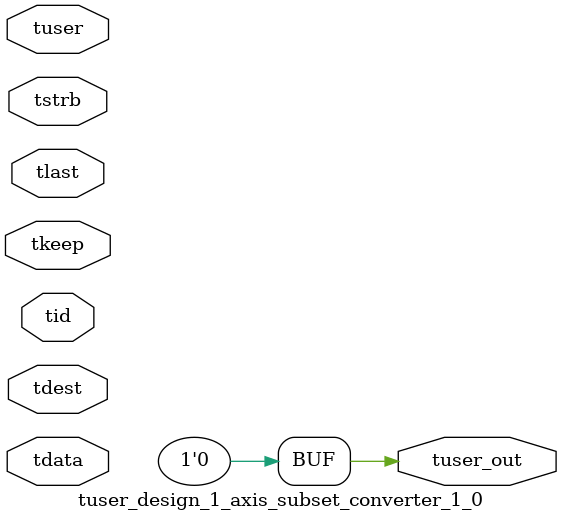
<source format=v>


`timescale 1ps/1ps

module tuser_design_1_axis_subset_converter_1_0 #
(
parameter C_S_AXIS_TUSER_WIDTH = 1,
parameter C_S_AXIS_TDATA_WIDTH = 32,
parameter C_S_AXIS_TID_WIDTH   = 0,
parameter C_S_AXIS_TDEST_WIDTH = 0,
parameter C_M_AXIS_TUSER_WIDTH = 1
)
(
input  [(C_S_AXIS_TUSER_WIDTH == 0 ? 1 : C_S_AXIS_TUSER_WIDTH)-1:0     ] tuser,
input  [(C_S_AXIS_TDATA_WIDTH == 0 ? 1 : C_S_AXIS_TDATA_WIDTH)-1:0     ] tdata,
input  [(C_S_AXIS_TID_WIDTH   == 0 ? 1 : C_S_AXIS_TID_WIDTH)-1:0       ] tid,
input  [(C_S_AXIS_TDEST_WIDTH == 0 ? 1 : C_S_AXIS_TDEST_WIDTH)-1:0     ] tdest,
input  [(C_S_AXIS_TDATA_WIDTH/8)-1:0 ] tkeep,
input  [(C_S_AXIS_TDATA_WIDTH/8)-1:0 ] tstrb,
input                                                                    tlast,
output [C_M_AXIS_TUSER_WIDTH-1:0] tuser_out
);

assign tuser_out = {1'b0};

endmodule


</source>
